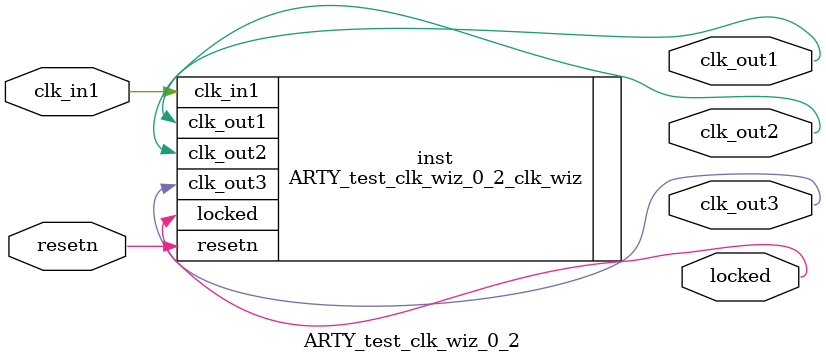
<source format=v>


`timescale 1ps/1ps

(* CORE_GENERATION_INFO = "ARTY_test_clk_wiz_0_2,clk_wiz_v6_0_11_0_0,{component_name=ARTY_test_clk_wiz_0_2,use_phase_alignment=true,use_min_o_jitter=false,use_max_i_jitter=false,use_dyn_phase_shift=false,use_inclk_switchover=false,use_dyn_reconfig=false,enable_axi=0,feedback_source=FDBK_AUTO,PRIMITIVE=MMCM,num_out_clk=3,clkin1_period=83.333,clkin2_period=10.0,use_power_down=false,use_reset=true,use_locked=true,use_inclk_stopped=false,feedback_type=SINGLE,CLOCK_MGR_TYPE=NA,manual_override=false}" *)

module ARTY_test_clk_wiz_0_2 
 (
  // Clock out ports
  output        clk_out1,
  output        clk_out2,
  output        clk_out3,
  // Status and control signals
  input         resetn,
  output        locked,
 // Clock in ports
  input         clk_in1
 );

  ARTY_test_clk_wiz_0_2_clk_wiz inst
  (
  // Clock out ports  
  .clk_out1(clk_out1),
  .clk_out2(clk_out2),
  .clk_out3(clk_out3),
  // Status and control signals               
  .resetn(resetn), 
  .locked(locked),
 // Clock in ports
  .clk_in1(clk_in1)
  );

endmodule

</source>
